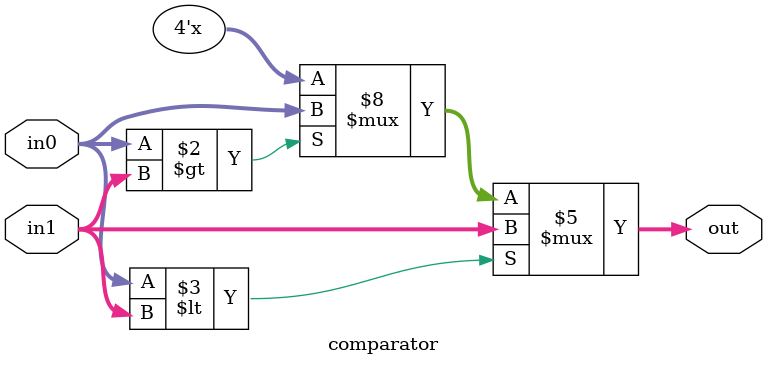
<source format=v>
`timescale 1ns / 1ps

module comparator(
                   input [3:0] in0,
                   input [3:0] in1,
                   output reg [3:0] out
    );
    always @(*)
    begin
    if(in0>in1)
    out=in0;
    if(in0<in1)
    out=in1;
    
    
    end
endmodule

</source>
